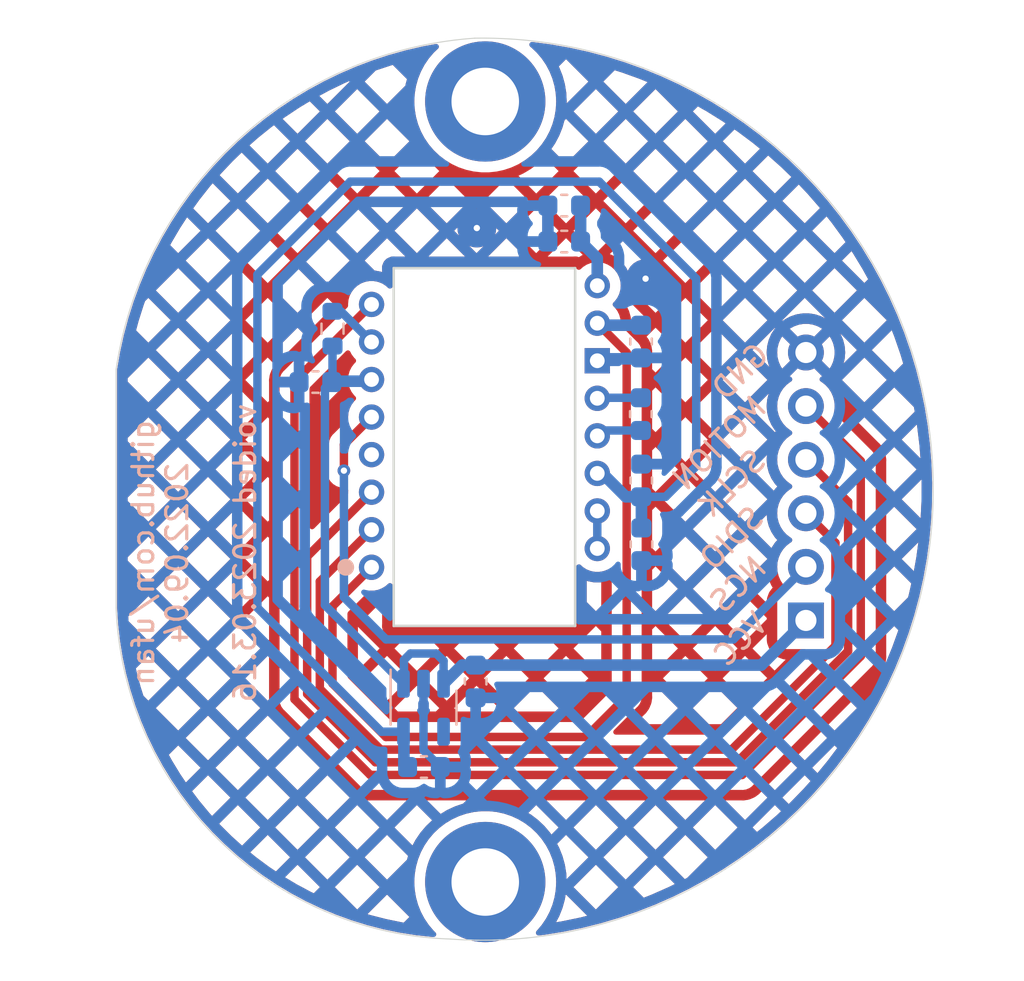
<source format=kicad_pcb>
(kicad_pcb (version 20221018) (generator pcbnew)
  (layers (0 "F.Cu" signal) (31 "B.Cu" signal) (34 "B.Paste" user) (35 "F.Paste" user) (36 "B.SilkS" user "B.Silkscreen") (37 "F.SilkS" user "F.Silkscreen") (38 "B.Mask" user) (39 "F.Mask" user) (44 "Edge.Cuts" user))
  (net 0 "")
  (net 1 "GND")
  (net 2 "Net-(U2-+VCSEL)")
  (net 3 "+1V9")
  (net 4 "VCC")
  (net 5 "Net-(U2-CN)")
  (net 6 "Net-(U2-CP)")
  (net 7 "Net-(U2-VCP)")
  (net 8 "MOTION_2")
  (net 9 "NCS_2")
  (net 10 "SCLK_2")
  (net 11 "SDIO_2")
  (net 12 "Net-(U2-NRESET)")
  (net 15 "Net-(U2--VCSEL)")
  (footprint "MountingHole:MountingHole_3.2mm_M3_ISO7380_Pad" (layer "F.Cu") (at 81.6 129.2)
    (fp_text reference "H2" hide)
    (fp_text value "MountingHole")
    (pad "1" thru_hole circle (at 0 0) (size 5.7 5.7) (drill 3.2) (layers "*.Cu" "*.Mask"))
  )
  (footprint "Connector_PinHeader_2.54mm:PinHeader_1x06_P2.54mm_Vertical" (layer "F.Cu") (at 96.8 116.8 180)
    (fp_text reference "J1" hide)
    (fp_text value "Conn_01x06")
    (pad "1" thru_hole rect (at 0 0 180) (size 1.7 1.7) (drill 1) (layers "*.Cu" "*.Mask") (net 4 "VCC"))
    (pad "2" thru_hole oval (at 0 2.54 180) (size 1.7 1.7) (drill 1) (layers "*.Cu" "*.Mask") (net 9 "NCS_2"))
    (pad "3" thru_hole oval (at 0 5.08 180) (size 1.7 1.7) (drill 1) (layers "*.Cu" "*.Mask") (net 11 "SDIO_2"))
    (pad "4" thru_hole oval (at 0 7.62 180) (size 1.7 1.7) (drill 1) (layers "*.Cu" "*.Mask") (net 10 "SCLK_2"))
    (pad "5" thru_hole oval (at 0 10.16 180) (size 1.7 1.7) (drill 1) (layers "*.Cu" "*.Mask") (net 8 "MOTION_2"))
    (pad "6" thru_hole circle (at 0 12.7 180) (size 1.7 1.7) (drill 1) (layers "*.Cu" "*.Mask") (net 1 "GND"))
  )
  (footprint "MountingHole:MountingHole_3.2mm_M3_ISO7380_Pad" (layer "F.Cu") (at 81.6 92.2)
    (fp_text reference "H1" hide)
    (fp_text value "MountingHole")
    (pad "1" thru_hole circle (at 0 0) (size 5.7 5.7) (drill 3.2) (layers "*.Cu" "*.Mask"))
  )
  (footprint "Package_TO_SOT_SMD:SOT-23-5" (layer "B.Cu") (at 78.674 120.9375 -90)
    (fp_text reference "U1" hide)
    (fp_text value "TCR2EF19")
    (fp_line (start 0 -1.56) (end -0.8 -1.56) (stroke (width 0.12)) (layer "B.SilkS"))
    (fp_line (start 0 -1.56) (end 0.8 -1.56) (stroke (width 0.12)) (layer "B.SilkS"))
    (fp_line (start 0 1.56) (end -1.8 1.56) (stroke (width 0.12)) (layer "B.SilkS"))
    (fp_line (start 0 1.56) (end 0.8 1.56) (stroke (width 0.12)) (layer "B.SilkS"))
    (pad "1" smd roundrect (at -1.1375 0.95 270) (size 1.325 0.6) (layers "B.Cu" "B.Paste" "B.Mask") (net 4 "VCC"))
    (pad "2" smd roundrect (at -1.1375 0 270) (size 1.325 0.6) (layers "B.Cu" "B.Paste" "B.Mask") (net 1 "GND"))
    (pad "3" smd roundrect (at -1.1375 -0.95 270) (size 1.325 0.6) (layers "B.Cu" "B.Paste" "B.Mask") (net 4 "VCC"))
    (pad "4" smd roundrect (at 1.1375 -0.95 270) (size 1.325 0.6) (layers "B.Cu" "B.Paste" "B.Mask"))
    (pad "5" smd roundrect (at 1.1375 0.95 270) (size 1.325 0.6) (layers "B.Cu" "B.Paste" "B.Mask") (net 3 "+1V9"))
  )
  (footprint "Capacitor_SMD:C_0603_1608Metric" (layer "B.Cu") (at 89.004 113.19 -90)
    (fp_text reference "C3" hide)
    (fp_text value "3.3u/16V")
    (fp_line (start -0.14058 -0.51) (end 0.14058 -0.51) (stroke (width 0.12)) (layer "B.SilkS"))
    (fp_line (start -0.14058 0.51) (end 0.14058 0.51) (stroke (width 0.12)) (layer "B.SilkS"))
    (pad "1" smd roundrect (at -0.775 0 270) (size 0.9 0.95) (layers "B.Cu" "B.Paste" "B.Mask") (net 3 "+1V9"))
    (pad "2" smd roundrect (at 0.775 0 270) (size 0.9 0.95) (layers "B.Cu" "B.Paste" "B.Mask") (net 1 "GND"))
  )
  (footprint "Capacitor_SMD:C_0603_1608Metric" (layer "B.Cu") (at 88.994 110.165 90)
    (fp_text reference "C2" hide)
    (fp_text value "100n")
    (fp_line (start -0.14058 -0.51) (end 0.14058 -0.51) (stroke (width 0.12)) (layer "B.SilkS"))
    (fp_line (start -0.14058 0.51) (end 0.14058 0.51) (stroke (width 0.12)) (layer "B.SilkS"))
    (pad "1" smd roundrect (at -0.775 0 90) (size 0.9 0.95) (layers "B.Cu" "B.Paste" "B.Mask") (net 3 "+1V9"))
    (pad "2" smd roundrect (at 0.775 0 90) (size 0.9 0.95) (layers "B.Cu" "B.Paste" "B.Mask") (net 1 "GND"))
  )
  (footprint "Capacitor_SMD:C_0603_1608Metric" (layer "B.Cu") (at 73.55 105.5 180)
    (fp_text reference "C7" hide)
    (fp_text value "100n")
    (fp_line (start -0.14058 -0.51) (end 0.14058 -0.51) (stroke (width 0.12)) (layer "B.SilkS"))
    (fp_line (start -0.14058 0.51) (end 0.14058 0.51) (stroke (width 0.12)) (layer "B.SilkS"))
    (pad "1" smd roundrect (at -0.775 0 180) (size 0.9 0.95) (layers "B.Cu" "B.Paste" "B.Mask") (net 4 "VCC"))
    (pad "2" smd roundrect (at 0.775 0 180) (size 0.9 0.95) (layers "B.Cu" "B.Paste" "B.Mask") (net 1 "GND"))
  )
  (footprint "mylib:PMW3610" (layer "B.Cu") (at 76.21 114.28)
    (fp_text reference "U2" hide)
    (fp_text value "PMW3610")
    (fp_circle (center -1.225 0) (end -1.025 0) (stroke (width 0.4)) (fill none) (layer "B.SilkS"))
    (fp_line (start 1.05 -14.18) (end 9.65 -14.18) (stroke (width 0.12)) (layer "Edge.Cuts"))
    (fp_line (start 1.05 2.78) (end 1.05 -14.18) (stroke (width 0.12)) (layer "Edge.Cuts"))
    (fp_line (start 1.05 2.78) (end 9.65 2.78) (stroke (width 0.12)) (layer "Edge.Cuts"))
    (fp_line (start 9.65 2.78) (end 9.65 -14.18) (stroke (width 0.12)) (layer "Edge.Cuts"))
    (pad "1" thru_hole circle (at 0 0) (size 1.2 1.2) (drill 0.7) (layers "*.Cu" "*.Mask") (net 2 "Net-(U2-+VCSEL)"))
    (pad "2" thru_hole circle (at 0 -1.78) (size 1.2 1.2) (drill 0.7) (layers "*.Cu" "*.Mask") (net 11 "SDIO_2"))
    (pad "3" thru_hole circle (at 0 -3.56) (size 1.2 1.2) (drill 0.7) (layers "*.Cu" "*.Mask") (net 10 "SCLK_2"))
    (pad "4" thru_hole circle (at 0 -5.34) (size 1.2 1.2) (drill 0.7) (layers "*.Cu" "*.Mask"))
    (pad "5" thru_hole circle (at 0 -7.12) (size 1.2 1.2) (drill 0.7) (layers "*.Cu" "*.Mask") (net 9 "NCS_2"))
    (pad "6" thru_hole circle (at 0 -8.9) (size 1.2 1.2) (drill 0.7) (layers "*.Cu" "*.Mask") (net 4 "VCC"))
    (pad "7" thru_hole circle (at 0 -10.68) (size 1.2 1.2) (drill 0.7) (layers "*.Cu" "*.Mask") (net 12 "Net-(U2-NRESET)"))
    (pad "8" thru_hole circle (at 0 -12.46) (size 1.2 1.2) (drill 0.7) (layers "*.Cu" "*.Mask") (net 8 "MOTION_2"))
    (pad "9" thru_hole circle (at 10.7 -13.35) (size 1.2 1.2) (drill 0.7) (layers "*.Cu" "*.Mask") (net 7 "Net-(U2-VCP)"))
    (pad "10" thru_hole circle (at 10.7 -11.57) (size 1.2 1.2) (drill 0.7) (layers "*.Cu" "*.Mask") (net 2 "Net-(U2-+VCSEL)"))
    (pad "11" thru_hole rect (at 10.7 -9.79) (size 1.2 1.2) (drill 0.7) (layers "*.Cu" "*.Mask") (net 1 "GND"))
    (pad "12" thru_hole circle (at 10.7 -8.01) (size 1.2 1.2) (drill 0.7) (layers "*.Cu" "*.Mask") (net 6 "Net-(U2-CP)"))
    (pad "13" thru_hole circle (at 10.7 -6.23) (size 1.2 1.2) (drill 0.7) (layers "*.Cu" "*.Mask") (net 5 "Net-(U2-CN)"))
    (pad "14" thru_hole circle (at 10.7 -4.45) (size 1.2 1.2) (drill 0.7) (layers "*.Cu" "*.Mask") (net 3 "+1V9"))
    (pad "15" thru_hole circle (at 10.7 -2.67) (size 1.2 1.2) (drill 0.7) (layers "*.Cu" "*.Mask") (net 15 "Net-(U2--VCSEL)"))
    (pad "16" thru_hole circle (at 10.7 -0.89) (size 1.2 1.2) (drill 0.7) (layers "*.Cu" "*.Mask") (net 15 "Net-(U2--VCSEL)"))
  )
  (footprint "Capacitor_SMD:C_0603_1608Metric" (layer "B.Cu") (at 88.984 103.58 -90)
    (fp_text reference "C1" hide)
    (fp_text value "10n")
    (fp_line (start -0.14058 -0.51) (end 0.14058 -0.51) (stroke (width 0.12)) (layer "B.SilkS"))
    (fp_line (start -0.14058 0.51) (end 0.14058 0.51) (stroke (width 0.12)) (layer "B.SilkS"))
    (pad "1" smd roundrect (at -0.775 0 270) (size 0.9 0.95) (layers "B.Cu" "B.Paste" "B.Mask") (net 2 "Net-(U2-+VCSEL)"))
    (pad "2" smd roundrect (at 0.775 0 270) (size 0.9 0.95) (layers "B.Cu" "B.Paste" "B.Mask") (net 1 "GND"))
  )
  (footprint "Capacitor_SMD:C_0603_1608Metric" (layer "B.Cu") (at 85.344 98.84 180)
    (fp_text reference "C8" hide)
    (fp_text value " 10u (X7R)")
    (fp_line (start -0.14058 -0.51) (end 0.14058 -0.51) (stroke (width 0.12)) (layer "B.SilkS"))
    (fp_line (start -0.14058 0.51) (end 0.14058 0.51) (stroke (width 0.12)) (layer "B.SilkS"))
    (pad "1" smd roundrect (at -0.775 0 180) (size 0.9 0.95) (layers "B.Cu" "B.Paste" "B.Mask") (net 7 "Net-(U2-VCP)"))
    (pad "2" smd roundrect (at 0.775 0 180) (size 0.9 0.95) (layers "B.Cu" "B.Paste" "B.Mask") (net 1 "GND"))
  )
  (footprint "Capacitor_SMD:C_0603_1608Metric" (layer "B.Cu") (at 81.144 119.6925 90)
    (fp_text reference "C4" hide)
    (fp_text value "0.1u" hide)
    (fp_line (start -0.14058 -0.51) (end 0.14058 -0.51) (stroke (width 0.12)) (layer "B.SilkS"))
    (fp_line (start -0.14058 0.51) (end 0.14058 0.51) (stroke (width 0.12)) (layer "B.SilkS"))
    (pad "1" smd roundrect (at -0.775 0 90) (size 0.9 0.95) (layers "B.Cu" "B.Paste" "B.Mask") (net 1 "GND"))
    (pad "2" smd roundrect (at 0.775 0 90) (size 0.9 0.95) (layers "B.Cu" "B.Paste" "B.Mask") (net 4 "VCC"))
  )
  (footprint "Capacitor_SMD:C_0603_1608Metric" (layer "B.Cu") (at 88.974 107.02 90)
    (fp_text reference "C6" hide)
    (fp_text value " 100n (X7R)")
    (fp_line (start -0.14058 -0.51) (end 0.14058 -0.51) (stroke (width 0.12)) (layer "B.SilkS"))
    (fp_line (start -0.14058 0.51) (end 0.14058 0.51) (stroke (width 0.12)) (layer "B.SilkS"))
    (pad "1" smd roundrect (at -0.775 0 90) (size 0.9 0.95) (layers "B.Cu" "B.Paste" "B.Mask") (net 5 "Net-(U2-CN)"))
    (pad "2" smd roundrect (at 0.775 0 90) (size 0.9 0.95) (layers "B.Cu" "B.Paste" "B.Mask") (net 6 "Net-(U2-CP)"))
  )
  (footprint "Capacitor_SMD:C_0603_1608Metric" (layer "B.Cu") (at 85.344 97.136 180)
    (fp_text reference "C9" hide)
    (fp_text value " 10n (X7R)")
    (fp_line (start -0.14058 -0.51) (end 0.14058 -0.51) (stroke (width 0.12)) (layer "B.SilkS"))
    (fp_line (start -0.14058 0.51) (end 0.14058 0.51) (stroke (width 0.12)) (layer "B.SilkS"))
    (pad "1" smd roundrect (at -0.775 0 180) (size 0.9 0.95) (layers "B.Cu" "B.Paste" "B.Mask") (net 7 "Net-(U2-VCP)"))
    (pad "2" smd roundrect (at 0.775 0 180) (size 0.9 0.95) (layers "B.Cu" "B.Paste" "B.Mask") (net 1 "GND"))
  )
  (footprint "Resistor_SMD:R_0603_1608Metric" (layer "B.Cu") (at 74.36 102.97 -90)
    (fp_text reference "R1" hide)
    (fp_text value "2M" hide)
    (fp_line (start -0.237258 -0.5225) (end 0.237258 -0.5225) (stroke (width 0.12)) (layer "B.SilkS"))
    (fp_line (start -0.237258 0.5225) (end 0.237258 0.5225) (stroke (width 0.12)) (layer "B.SilkS"))
    (pad "1" smd roundrect (at -0.825 0 270) (size 0.8 0.95) (layers "B.Cu" "B.Paste" "B.Mask") (net 12 "Net-(U2-NRESET)"))
    (pad "2" smd roundrect (at 0.825 0 270) (size 0.8 0.95) (layers "B.Cu" "B.Paste" "B.Mask") (net 4 "VCC"))
  )
  (footprint "Capacitor_SMD:C_0603_1608Metric" (layer "B.Cu") (at 78.694 123.7475)
    (fp_text reference "C5" hide)
    (fp_text value "1u" hide)
    (fp_line (start -0.14058 -0.51) (end 0.14058 -0.51) (stroke (width 0.12)) (layer "B.SilkS"))
    (fp_line (start -0.14058 0.51) (end 0.14058 0.51) (stroke (width 0.12)) (layer "B.SilkS"))
    (pad "1" smd roundrect (at -0.775 0) (size 0.9 0.95) (layers "B.Cu" "B.Paste" "B.Mask") (net 3 "+1V9"))
    (pad "2" smd roundrect (at 0.775 0) (size 0.9 0.95) (layers "B.Cu" "B.Paste" "B.Mask") (net 1 "GND"))
  )
  (gr_arc (start 79.9 131.9) (mid 68.917172 127.152463) (end 64.099999 116.2) (stroke (width 0.05)) (layer "Edge.Cuts"))
  (gr_line (start 64.1 116.2) (end 64.1 104.9) (stroke (width 0.05)) (layer "Edge.Cuts"))
  (gr_arc (start 64.1 104.9) (mid 69.841085 94.062641) (end 81.1 89.200001) (stroke (width 0.05)) (layer "Edge.Cuts"))
  (gr_arc (start 81.1 89.2) (mid 102.82616 111.177433) (end 79.9 131.899999) (stroke (width 0.05)) (layer "Edge.Cuts"))
  (gr_text "MOTION" (at 92.7 108.4 45) (layer "B.SilkS") (effects (font (size 1 1)) (justify mirror)))
  (gr_text "SCLK" (at 93.3 110.3 45) (layer "B.SilkS") (effects (font (size 1 1)) (justify mirror)))
  (gr_text "GND" (at 93.7 105 45) (layer "B.SilkS") (effects (font (size 1 1)) (justify mirror)))
  (gr_text "NCS" (at 93.6 115.1 45) (layer "B.SilkS") (effects (font (size 1 1)) (justify mirror)))
  (gr_text "github.com/ufan\n2022.09.04\n\nvoided 2023.03.16" (at 67.8 113.6 90) (layer "B.SilkS") (effects (font (size 1 1)) (justify mirror)))
  (gr_text "SDIO" (at 93.3 112.9 45) (layer "B.SilkS") (effects (font (size 1 1)) (justify mirror)))
  (gr_text "VCC" (at 93.7 117.7 45) (layer "B.SilkS") (effects (font (size 1 1)) (justify mirror)))
  (via (at 81.2 98.2) (size 0.6) (drill 0.3) (layers "F.Cu" "B.Cu") (net 1))
  (via (at 89.2 100.6) (size 0.6) (drill 0.3) (layers "F.Cu" "B.Cu") (net 1))
  (segment (start 78.674 122.9525) (end 78.674 119.38) (width 0.4) (layer "B.Cu") (net 1))
  (segment (start 87.09 104.4) (end 88.939 104.4) (width 0.55) (layer "B.Cu") (net 1))
  (segment (start 87.045 104.355) (end 87.09 104.4) (width 0.55) (layer "B.Cu") (net 1))
  (segment (start 79.469 123.7475) (end 78.674 122.9525) (width 0.4) (layer "B.Cu") (net 1))
  (segment (start 84.569 97.39) (end 84.569 98.84) (width 0.55) (layer "B.Cu") (net 1))
  (segment (start 88.939 104.4) (end 88.984 104.355) (width 0.55) (layer "B.Cu") (net 1))
  (segment (start 76.892038 122.32351) (end 86.37649 122.32351) (width 0.4) (layer "F.Cu") (net 2))
  (segment (start 88.304 120.396) (end 88.304 104.104) (width 0.4) (layer "F.Cu") (net 2))
  (segment (start 76.21 114.28) (end 74.358 116.132) (width 0.4) (layer "F.Cu") (net 2))
  (segment (start 74.358 119.789472) (end 76.892038 122.32351) (width 0.4) (layer "F.Cu") (net 2))
  (segment (start 86.37649 122.32351) (end 88.304 120.396) (width 0.4) (layer "F.Cu") (net 2))
  (segment (start 74.358 116.132) (end 74.358 119.789472) (width 0.4) (layer "F.Cu") (net 2))
  (segment (start 88.304 104.104) (end 86.91 102.71) (width 0.4) (layer "F.Cu") (net 2))
  (segment (start 87.005 102.805) (end 88.984 102.805) (width 0.55) (layer "B.Cu") (net 2))
  (segment (start 91.6 109.48468) (end 91.6 100.6) (width 0.4) (layer "B.Cu") (net 3))
  (segment (start 75.2 96) (end 70.8 100.4) (width 0.4) (layer "B.Cu") (net 3))
  (segment (start 88.994 110.94) (end 90.14468 110.94) (width 0.4) (layer "B.Cu") (net 3))
  (segment (start 87.154 109.83) (end 88.264 110.94) (width 0.55) (layer "B.Cu") (net 3))
  (segment (start 88.264 110.94) (end 88.994 110.94) (width 0.55) (layer "B.Cu") (net 3))
  (segment (start 70.8 100.4) (end 70.8 116.2) (width 0.4) (layer "B.Cu") (net 3))
  (segment (start 77.744 122.1675) (end 77.744 123.5725) (width 0.55) (layer "B.Cu") (net 3))
  (segment (start 90.14468 110.94) (end 91.6 109.48468) (width 0.4) (layer "B.Cu") (net 3))
  (segment (start 89.004 112.415) (end 89.004 110.95) (width 0.55) (layer "B.Cu") (net 3))
  (segment (start 70.8 116.2) (end 76.675 122.075) (width 0.4) (layer "B.Cu") (net 3))
  (segment (start 87 96) (end 75.2 96) (width 0.4) (layer "B.Cu") (net 3))
  (segment (start 91.6 100.6) (end 87 96) (width 0.4) (layer "B.Cu") (net 3))
  (segment (start 76.675 122.075) (end 77.724 122.075) (width 0.4) (layer "B.Cu") (net 3))
  (segment (start 96.8 116.8) (end 94.6825 118.9175) (width 0.55) (layer "B.Cu") (net 4))
  (segment (start 78.054 118.3675) (end 79.274 118.3675) (width 0.4) (layer "B.Cu") (net 4))
  (segment (start 79.624 118.7175) (end 79.624 119.38) (width 0.4) (layer "B.Cu") (net 4))
  (segment (start 77.744 119.36) (end 77.744 118.6775) (width 0.4) (layer "B.Cu") (net 4))
  (segment (start 74.324 105.46) (end 74 105.784) (width 0.4) (layer "B.Cu") (net 4))
  (segment (start 74 105.784) (end 74 116.076) (width 0.4) (layer "B.Cu") (net 4))
  (segment (start 79.624 119.8) (end 80.5065 118.9175) (width 0.55) (layer "B.Cu") (net 4))
  (segment (start 74 116.076) (end 77.724 119.8) (width 0.4) (layer "B.Cu") (net 4))
  (segment (start 94.6825 118.9175) (end 81.144 118.9175) (width 0.55) (layer "B.Cu") (net 4))
  (segment (start 77.744 118.6775) (end 78.054 118.3675) (width 0.4) (layer "B.Cu") (net 4))
  (segment (start 74.36 103.795) (end 74.36 105.424) (width 0.4) (layer "B.Cu") (net 4))
  (segment (start 74.324 105.46) (end 76.13 105.46) (width 0.55) (layer "B.Cu") (net 4))
  (segment (start 80.5065 118.9175) (end 81.144 118.9175) (width 0.55) (layer "B.Cu") (net 4))
  (segment (start 79.274 118.3675) (end 79.624 118.7175) (width 0.4) (layer "B.Cu") (net 4))
  (segment (start 87.165 107.795) (end 88.974 107.795) (width 0.4) (layer "B.Cu") (net 5))
  (segment (start 86.935 106.245) (end 88.974 106.245) (width 0.4) (layer "B.Cu") (net 6))
  (segment (start 86.119 98.84) (end 86.91 99.631) (width 0.55) (layer "B.Cu") (net 7))
  (segment (start 86.119 97.39) (end 86.119 98.84) (width 0.55) (layer "B.Cu") (net 7))
  (segment (start 86.91 99.631) (end 86.91 100.93) (width 0.55) (layer "B.Cu") (net 7))
  (segment (start 76.146454 124.12351) (end 93.773546 124.12351) (width 0.4) (layer "F.Cu") (net 8))
  (segment (start 99.4 109.24) (end 96.8 106.64) (width 0.4) (layer "F.Cu") (net 8))
  (segment (start 72.558 105.472) (end 72.558 120.535056) (width 0.4) (layer "F.Cu") (net 8))
  (segment (start 72.558 120.535056) (end 76.146454 124.12351) (width 0.4) (layer "F.Cu") (net 8))
  (segment (start 93.773546 124.12351) (end 99.4 118.497056) (width 0.4) (layer "F.Cu") (net 8))
  (segment (start 76.21 101.82) (end 72.558 105.472) (width 0.4) (layer "F.Cu") (net 8))
  (segment (start 99.4 118.497056) (end 99.4 109.24) (width 0.4) (layer "F.Cu") (net 8))
  (segment (start 74.9 108.47) (end 76.21 107.16) (width 0.4) (layer "F.Cu") (net 9))
  (segment (start 74.9 109.7) (end 74.9 108.47) (width 0.4) (layer "F.Cu") (net 9))
  (via (at 74.9 109.7) (size 0.6) (drill 0.3) (layers "F.Cu" "B.Cu") (net 9))
  (segment (start 93.36 117.7) (end 96.8 114.26) (width 0.4) (layer "B.Cu") (net 9))
  (segment (start 74.9 115.7) (end 76.9 117.7) (width 0.4) (layer "B.Cu") (net 9))
  (segment (start 76.9 117.7) (end 93.36 117.7) (width 0.4) (layer "B.Cu") (net 9))
  (segment (start 74.9 109.7) (end 74.9 115.7) (width 0.4) (layer "B.Cu") (net 9))
  (segment (start 93.525018 123.52351) (end 98.8 118.248528) (width 0.4) (layer "F.Cu") (net 10))
  (segment (start 76.21 110.72) (end 73.158 113.772) (width 0.4) (layer "F.Cu") (net 10))
  (segment (start 73.158 113.772) (end 73.158 120.286528) (width 0.4) (layer "F.Cu") (net 10))
  (segment (start 76.394982 123.52351) (end 93.525018 123.52351) (width 0.4) (layer "F.Cu") (net 10))
  (segment (start 98.8 111.18) (end 96.8 109.18) (width 0.4) (layer "F.Cu") (net 10))
  (segment (start 73.158 120.286528) (end 76.394982 123.52351) (width 0.4) (layer "F.Cu") (net 10))
  (segment (start 98.8 118.248528) (end 98.8 111.18) (width 0.4) (layer "F.Cu") (net 10))
  (segment (start 73.758 114.952) (end 76.21 112.5) (width 0.4) (layer "F.Cu") (net 11))
  (segment (start 98.2 113.12) (end 98.2 118) (width 0.4) (layer "F.Cu") (net 11))
  (segment (start 98.2 118) (end 93.27649 122.92351) (width 0.4) (layer "F.Cu") (net 11))
  (segment (start 93.27649 122.92351) (end 76.64351 122.92351) (width 0.4) (layer "F.Cu") (net 11))
  (segment (start 73.758 120.038) (end 73.758 114.952) (width 0.4) (layer "F.Cu") (net 11))
  (segment (start 96.8 111.72) (end 98.2 113.12) (width 0.4) (layer "F.Cu") (net 11))
  (segment (start 76.64351 122.92351) (end 73.758 120.038) (width 0.4) (layer "F.Cu") (net 11))
  (segment (start 74.755 102.145) (end 76.21 103.6) (width 0.4) (layer "B.Cu") (net 12))
  (segment (start 74.36 102.145) (end 74.755 102.145) (width 0.4) (layer "B.Cu") (net 12))
  (segment (start 86.91 113.39) (end 86.91 111.61) (width 0.4) (layer "B.Cu") (net 15))
  (zone (net 1) (net_name "GND") (layers "F&B.Cu") (connect_pads (clearance 0.508)) (min_thickness 0.254) (fill yes (mode hatch) (thermal_gap 0.508) (thermal_bridge_width 0.508) (island_removal_mode 2) (island_area_min 1) (hatch_thickness 0.5) (hatch_gap 1.5) (hatch_orientation 45) (hatch_border_algorithm hatch_thickness) (hatch_min_hole_area 0.3))
    (polygon (pts (xy 105.6 133.39) (xy 58.598 133.39) (xy 58.598 87.39) (xy 105.598 87.39)))
  )
)
</source>
